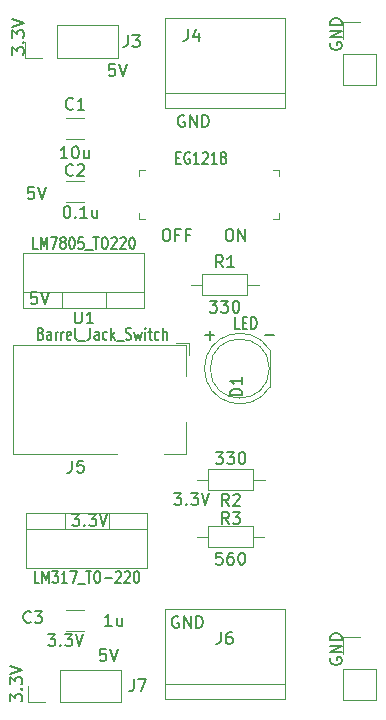
<source format=gto>
%TF.GenerationSoftware,KiCad,Pcbnew,9.0.2*%
%TF.CreationDate,2025-06-18T23:28:51+06:00*%
%TF.ProjectId,Breadboardpower_Supply,42726561-6462-46f6-9172-64706f776572,rev?*%
%TF.SameCoordinates,Original*%
%TF.FileFunction,Legend,Top*%
%TF.FilePolarity,Positive*%
%FSLAX46Y46*%
G04 Gerber Fmt 4.6, Leading zero omitted, Abs format (unit mm)*
G04 Created by KiCad (PCBNEW 9.0.2) date 2025-06-18 23:28:51*
%MOMM*%
%LPD*%
G01*
G04 APERTURE LIST*
%ADD10C,0.200000*%
%ADD11C,0.150000*%
%ADD12C,0.120000*%
%ADD13C,0.100000*%
G04 APERTURE END LIST*
D10*
X95048149Y-85735219D02*
X95238625Y-85735219D01*
X95238625Y-85735219D02*
X95333863Y-85782838D01*
X95333863Y-85782838D02*
X95429101Y-85878076D01*
X95429101Y-85878076D02*
X95476720Y-86068552D01*
X95476720Y-86068552D02*
X95476720Y-86401885D01*
X95476720Y-86401885D02*
X95429101Y-86592361D01*
X95429101Y-86592361D02*
X95333863Y-86687600D01*
X95333863Y-86687600D02*
X95238625Y-86735219D01*
X95238625Y-86735219D02*
X95048149Y-86735219D01*
X95048149Y-86735219D02*
X94952911Y-86687600D01*
X94952911Y-86687600D02*
X94857673Y-86592361D01*
X94857673Y-86592361D02*
X94810054Y-86401885D01*
X94810054Y-86401885D02*
X94810054Y-86068552D01*
X94810054Y-86068552D02*
X94857673Y-85878076D01*
X94857673Y-85878076D02*
X94952911Y-85782838D01*
X94952911Y-85782838D02*
X95048149Y-85735219D01*
X95905292Y-86735219D02*
X95905292Y-85735219D01*
X95905292Y-85735219D02*
X96476720Y-86735219D01*
X96476720Y-86735219D02*
X96476720Y-85735219D01*
X89714149Y-85735219D02*
X89904625Y-85735219D01*
X89904625Y-85735219D02*
X89999863Y-85782838D01*
X89999863Y-85782838D02*
X90095101Y-85878076D01*
X90095101Y-85878076D02*
X90142720Y-86068552D01*
X90142720Y-86068552D02*
X90142720Y-86401885D01*
X90142720Y-86401885D02*
X90095101Y-86592361D01*
X90095101Y-86592361D02*
X89999863Y-86687600D01*
X89999863Y-86687600D02*
X89904625Y-86735219D01*
X89904625Y-86735219D02*
X89714149Y-86735219D01*
X89714149Y-86735219D02*
X89618911Y-86687600D01*
X89618911Y-86687600D02*
X89523673Y-86592361D01*
X89523673Y-86592361D02*
X89476054Y-86401885D01*
X89476054Y-86401885D02*
X89476054Y-86068552D01*
X89476054Y-86068552D02*
X89523673Y-85878076D01*
X89523673Y-85878076D02*
X89618911Y-85782838D01*
X89618911Y-85782838D02*
X89714149Y-85735219D01*
X90904625Y-86211409D02*
X90571292Y-86211409D01*
X90571292Y-86735219D02*
X90571292Y-85735219D01*
X90571292Y-85735219D02*
X91047482Y-85735219D01*
X91761768Y-86211409D02*
X91428435Y-86211409D01*
X91428435Y-86735219D02*
X91428435Y-85735219D01*
X91428435Y-85735219D02*
X91904625Y-85735219D01*
X98159673Y-94736266D02*
X98921578Y-94736266D01*
X93079673Y-94736266D02*
X93841578Y-94736266D01*
X93460625Y-95117219D02*
X93460625Y-94355314D01*
X76591219Y-125709564D02*
X76591219Y-125090517D01*
X76591219Y-125090517D02*
X76972171Y-125423850D01*
X76972171Y-125423850D02*
X76972171Y-125280993D01*
X76972171Y-125280993D02*
X77019790Y-125185755D01*
X77019790Y-125185755D02*
X77067409Y-125138136D01*
X77067409Y-125138136D02*
X77162647Y-125090517D01*
X77162647Y-125090517D02*
X77400742Y-125090517D01*
X77400742Y-125090517D02*
X77495980Y-125138136D01*
X77495980Y-125138136D02*
X77543600Y-125185755D01*
X77543600Y-125185755D02*
X77591219Y-125280993D01*
X77591219Y-125280993D02*
X77591219Y-125566707D01*
X77591219Y-125566707D02*
X77543600Y-125661945D01*
X77543600Y-125661945D02*
X77495980Y-125709564D01*
X77495980Y-124661945D02*
X77543600Y-124614326D01*
X77543600Y-124614326D02*
X77591219Y-124661945D01*
X77591219Y-124661945D02*
X77543600Y-124709564D01*
X77543600Y-124709564D02*
X77495980Y-124661945D01*
X77495980Y-124661945D02*
X77591219Y-124661945D01*
X76591219Y-124280993D02*
X76591219Y-123661946D01*
X76591219Y-123661946D02*
X76972171Y-123995279D01*
X76972171Y-123995279D02*
X76972171Y-123852422D01*
X76972171Y-123852422D02*
X77019790Y-123757184D01*
X77019790Y-123757184D02*
X77067409Y-123709565D01*
X77067409Y-123709565D02*
X77162647Y-123661946D01*
X77162647Y-123661946D02*
X77400742Y-123661946D01*
X77400742Y-123661946D02*
X77495980Y-123709565D01*
X77495980Y-123709565D02*
X77543600Y-123757184D01*
X77543600Y-123757184D02*
X77591219Y-123852422D01*
X77591219Y-123852422D02*
X77591219Y-124138136D01*
X77591219Y-124138136D02*
X77543600Y-124233374D01*
X77543600Y-124233374D02*
X77495980Y-124280993D01*
X76591219Y-123376231D02*
X77591219Y-123042898D01*
X77591219Y-123042898D02*
X76591219Y-122709565D01*
X79776435Y-120025219D02*
X80395482Y-120025219D01*
X80395482Y-120025219D02*
X80062149Y-120406171D01*
X80062149Y-120406171D02*
X80205006Y-120406171D01*
X80205006Y-120406171D02*
X80300244Y-120453790D01*
X80300244Y-120453790D02*
X80347863Y-120501409D01*
X80347863Y-120501409D02*
X80395482Y-120596647D01*
X80395482Y-120596647D02*
X80395482Y-120834742D01*
X80395482Y-120834742D02*
X80347863Y-120929980D01*
X80347863Y-120929980D02*
X80300244Y-120977600D01*
X80300244Y-120977600D02*
X80205006Y-121025219D01*
X80205006Y-121025219D02*
X79919292Y-121025219D01*
X79919292Y-121025219D02*
X79824054Y-120977600D01*
X79824054Y-120977600D02*
X79776435Y-120929980D01*
X80824054Y-120929980D02*
X80871673Y-120977600D01*
X80871673Y-120977600D02*
X80824054Y-121025219D01*
X80824054Y-121025219D02*
X80776435Y-120977600D01*
X80776435Y-120977600D02*
X80824054Y-120929980D01*
X80824054Y-120929980D02*
X80824054Y-121025219D01*
X81205006Y-120025219D02*
X81824053Y-120025219D01*
X81824053Y-120025219D02*
X81490720Y-120406171D01*
X81490720Y-120406171D02*
X81633577Y-120406171D01*
X81633577Y-120406171D02*
X81728815Y-120453790D01*
X81728815Y-120453790D02*
X81776434Y-120501409D01*
X81776434Y-120501409D02*
X81824053Y-120596647D01*
X81824053Y-120596647D02*
X81824053Y-120834742D01*
X81824053Y-120834742D02*
X81776434Y-120929980D01*
X81776434Y-120929980D02*
X81728815Y-120977600D01*
X81728815Y-120977600D02*
X81633577Y-121025219D01*
X81633577Y-121025219D02*
X81347863Y-121025219D01*
X81347863Y-121025219D02*
X81252625Y-120977600D01*
X81252625Y-120977600D02*
X81205006Y-120929980D01*
X82109768Y-120025219D02*
X82443101Y-121025219D01*
X82443101Y-121025219D02*
X82776434Y-120025219D01*
X81808435Y-109865219D02*
X82427482Y-109865219D01*
X82427482Y-109865219D02*
X82094149Y-110246171D01*
X82094149Y-110246171D02*
X82237006Y-110246171D01*
X82237006Y-110246171D02*
X82332244Y-110293790D01*
X82332244Y-110293790D02*
X82379863Y-110341409D01*
X82379863Y-110341409D02*
X82427482Y-110436647D01*
X82427482Y-110436647D02*
X82427482Y-110674742D01*
X82427482Y-110674742D02*
X82379863Y-110769980D01*
X82379863Y-110769980D02*
X82332244Y-110817600D01*
X82332244Y-110817600D02*
X82237006Y-110865219D01*
X82237006Y-110865219D02*
X81951292Y-110865219D01*
X81951292Y-110865219D02*
X81856054Y-110817600D01*
X81856054Y-110817600D02*
X81808435Y-110769980D01*
X82856054Y-110769980D02*
X82903673Y-110817600D01*
X82903673Y-110817600D02*
X82856054Y-110865219D01*
X82856054Y-110865219D02*
X82808435Y-110817600D01*
X82808435Y-110817600D02*
X82856054Y-110769980D01*
X82856054Y-110769980D02*
X82856054Y-110865219D01*
X83237006Y-109865219D02*
X83856053Y-109865219D01*
X83856053Y-109865219D02*
X83522720Y-110246171D01*
X83522720Y-110246171D02*
X83665577Y-110246171D01*
X83665577Y-110246171D02*
X83760815Y-110293790D01*
X83760815Y-110293790D02*
X83808434Y-110341409D01*
X83808434Y-110341409D02*
X83856053Y-110436647D01*
X83856053Y-110436647D02*
X83856053Y-110674742D01*
X83856053Y-110674742D02*
X83808434Y-110769980D01*
X83808434Y-110769980D02*
X83760815Y-110817600D01*
X83760815Y-110817600D02*
X83665577Y-110865219D01*
X83665577Y-110865219D02*
X83379863Y-110865219D01*
X83379863Y-110865219D02*
X83284625Y-110817600D01*
X83284625Y-110817600D02*
X83237006Y-110769980D01*
X84141768Y-109865219D02*
X84475101Y-110865219D01*
X84475101Y-110865219D02*
X84808434Y-109865219D01*
X76735219Y-70955564D02*
X76735219Y-70336517D01*
X76735219Y-70336517D02*
X77116171Y-70669850D01*
X77116171Y-70669850D02*
X77116171Y-70526993D01*
X77116171Y-70526993D02*
X77163790Y-70431755D01*
X77163790Y-70431755D02*
X77211409Y-70384136D01*
X77211409Y-70384136D02*
X77306647Y-70336517D01*
X77306647Y-70336517D02*
X77544742Y-70336517D01*
X77544742Y-70336517D02*
X77639980Y-70384136D01*
X77639980Y-70384136D02*
X77687600Y-70431755D01*
X77687600Y-70431755D02*
X77735219Y-70526993D01*
X77735219Y-70526993D02*
X77735219Y-70812707D01*
X77735219Y-70812707D02*
X77687600Y-70907945D01*
X77687600Y-70907945D02*
X77639980Y-70955564D01*
X77639980Y-69907945D02*
X77687600Y-69860326D01*
X77687600Y-69860326D02*
X77735219Y-69907945D01*
X77735219Y-69907945D02*
X77687600Y-69955564D01*
X77687600Y-69955564D02*
X77639980Y-69907945D01*
X77639980Y-69907945D02*
X77735219Y-69907945D01*
X76735219Y-69526993D02*
X76735219Y-68907946D01*
X76735219Y-68907946D02*
X77116171Y-69241279D01*
X77116171Y-69241279D02*
X77116171Y-69098422D01*
X77116171Y-69098422D02*
X77163790Y-69003184D01*
X77163790Y-69003184D02*
X77211409Y-68955565D01*
X77211409Y-68955565D02*
X77306647Y-68907946D01*
X77306647Y-68907946D02*
X77544742Y-68907946D01*
X77544742Y-68907946D02*
X77639980Y-68955565D01*
X77639980Y-68955565D02*
X77687600Y-69003184D01*
X77687600Y-69003184D02*
X77735219Y-69098422D01*
X77735219Y-69098422D02*
X77735219Y-69384136D01*
X77735219Y-69384136D02*
X77687600Y-69479374D01*
X77687600Y-69479374D02*
X77639980Y-69526993D01*
X76735219Y-68622231D02*
X77735219Y-68288898D01*
X77735219Y-68288898D02*
X76735219Y-67955565D01*
X90444435Y-108087219D02*
X91063482Y-108087219D01*
X91063482Y-108087219D02*
X90730149Y-108468171D01*
X90730149Y-108468171D02*
X90873006Y-108468171D01*
X90873006Y-108468171D02*
X90968244Y-108515790D01*
X90968244Y-108515790D02*
X91015863Y-108563409D01*
X91015863Y-108563409D02*
X91063482Y-108658647D01*
X91063482Y-108658647D02*
X91063482Y-108896742D01*
X91063482Y-108896742D02*
X91015863Y-108991980D01*
X91015863Y-108991980D02*
X90968244Y-109039600D01*
X90968244Y-109039600D02*
X90873006Y-109087219D01*
X90873006Y-109087219D02*
X90587292Y-109087219D01*
X90587292Y-109087219D02*
X90492054Y-109039600D01*
X90492054Y-109039600D02*
X90444435Y-108991980D01*
X91492054Y-108991980D02*
X91539673Y-109039600D01*
X91539673Y-109039600D02*
X91492054Y-109087219D01*
X91492054Y-109087219D02*
X91444435Y-109039600D01*
X91444435Y-109039600D02*
X91492054Y-108991980D01*
X91492054Y-108991980D02*
X91492054Y-109087219D01*
X91873006Y-108087219D02*
X92492053Y-108087219D01*
X92492053Y-108087219D02*
X92158720Y-108468171D01*
X92158720Y-108468171D02*
X92301577Y-108468171D01*
X92301577Y-108468171D02*
X92396815Y-108515790D01*
X92396815Y-108515790D02*
X92444434Y-108563409D01*
X92444434Y-108563409D02*
X92492053Y-108658647D01*
X92492053Y-108658647D02*
X92492053Y-108896742D01*
X92492053Y-108896742D02*
X92444434Y-108991980D01*
X92444434Y-108991980D02*
X92396815Y-109039600D01*
X92396815Y-109039600D02*
X92301577Y-109087219D01*
X92301577Y-109087219D02*
X92015863Y-109087219D01*
X92015863Y-109087219D02*
X91920625Y-109039600D01*
X91920625Y-109039600D02*
X91873006Y-108991980D01*
X92777768Y-108087219D02*
X93111101Y-109087219D01*
X93111101Y-109087219D02*
X93444434Y-108087219D01*
X85427863Y-71765219D02*
X84951673Y-71765219D01*
X84951673Y-71765219D02*
X84904054Y-72241409D01*
X84904054Y-72241409D02*
X84951673Y-72193790D01*
X84951673Y-72193790D02*
X85046911Y-72146171D01*
X85046911Y-72146171D02*
X85285006Y-72146171D01*
X85285006Y-72146171D02*
X85380244Y-72193790D01*
X85380244Y-72193790D02*
X85427863Y-72241409D01*
X85427863Y-72241409D02*
X85475482Y-72336647D01*
X85475482Y-72336647D02*
X85475482Y-72574742D01*
X85475482Y-72574742D02*
X85427863Y-72669980D01*
X85427863Y-72669980D02*
X85380244Y-72717600D01*
X85380244Y-72717600D02*
X85285006Y-72765219D01*
X85285006Y-72765219D02*
X85046911Y-72765219D01*
X85046911Y-72765219D02*
X84951673Y-72717600D01*
X84951673Y-72717600D02*
X84904054Y-72669980D01*
X85761197Y-71765219D02*
X86094530Y-72765219D01*
X86094530Y-72765219D02*
X86427863Y-71765219D01*
X78569863Y-82179219D02*
X78093673Y-82179219D01*
X78093673Y-82179219D02*
X78046054Y-82655409D01*
X78046054Y-82655409D02*
X78093673Y-82607790D01*
X78093673Y-82607790D02*
X78188911Y-82560171D01*
X78188911Y-82560171D02*
X78427006Y-82560171D01*
X78427006Y-82560171D02*
X78522244Y-82607790D01*
X78522244Y-82607790D02*
X78569863Y-82655409D01*
X78569863Y-82655409D02*
X78617482Y-82750647D01*
X78617482Y-82750647D02*
X78617482Y-82988742D01*
X78617482Y-82988742D02*
X78569863Y-83083980D01*
X78569863Y-83083980D02*
X78522244Y-83131600D01*
X78522244Y-83131600D02*
X78427006Y-83179219D01*
X78427006Y-83179219D02*
X78188911Y-83179219D01*
X78188911Y-83179219D02*
X78093673Y-83131600D01*
X78093673Y-83131600D02*
X78046054Y-83083980D01*
X78903197Y-82179219D02*
X79236530Y-83179219D01*
X79236530Y-83179219D02*
X79569863Y-82179219D01*
X78823863Y-91069219D02*
X78347673Y-91069219D01*
X78347673Y-91069219D02*
X78300054Y-91545409D01*
X78300054Y-91545409D02*
X78347673Y-91497790D01*
X78347673Y-91497790D02*
X78442911Y-91450171D01*
X78442911Y-91450171D02*
X78681006Y-91450171D01*
X78681006Y-91450171D02*
X78776244Y-91497790D01*
X78776244Y-91497790D02*
X78823863Y-91545409D01*
X78823863Y-91545409D02*
X78871482Y-91640647D01*
X78871482Y-91640647D02*
X78871482Y-91878742D01*
X78871482Y-91878742D02*
X78823863Y-91973980D01*
X78823863Y-91973980D02*
X78776244Y-92021600D01*
X78776244Y-92021600D02*
X78681006Y-92069219D01*
X78681006Y-92069219D02*
X78442911Y-92069219D01*
X78442911Y-92069219D02*
X78347673Y-92021600D01*
X78347673Y-92021600D02*
X78300054Y-91973980D01*
X79157197Y-91069219D02*
X79490530Y-92069219D01*
X79490530Y-92069219D02*
X79823863Y-91069219D01*
X84665863Y-121295219D02*
X84189673Y-121295219D01*
X84189673Y-121295219D02*
X84142054Y-121771409D01*
X84142054Y-121771409D02*
X84189673Y-121723790D01*
X84189673Y-121723790D02*
X84284911Y-121676171D01*
X84284911Y-121676171D02*
X84523006Y-121676171D01*
X84523006Y-121676171D02*
X84618244Y-121723790D01*
X84618244Y-121723790D02*
X84665863Y-121771409D01*
X84665863Y-121771409D02*
X84713482Y-121866647D01*
X84713482Y-121866647D02*
X84713482Y-122104742D01*
X84713482Y-122104742D02*
X84665863Y-122199980D01*
X84665863Y-122199980D02*
X84618244Y-122247600D01*
X84618244Y-122247600D02*
X84523006Y-122295219D01*
X84523006Y-122295219D02*
X84284911Y-122295219D01*
X84284911Y-122295219D02*
X84189673Y-122247600D01*
X84189673Y-122247600D02*
X84142054Y-122199980D01*
X84999197Y-121295219D02*
X85332530Y-122295219D01*
X85332530Y-122295219D02*
X85665863Y-121295219D01*
X90809482Y-118548838D02*
X90714244Y-118501219D01*
X90714244Y-118501219D02*
X90571387Y-118501219D01*
X90571387Y-118501219D02*
X90428530Y-118548838D01*
X90428530Y-118548838D02*
X90333292Y-118644076D01*
X90333292Y-118644076D02*
X90285673Y-118739314D01*
X90285673Y-118739314D02*
X90238054Y-118929790D01*
X90238054Y-118929790D02*
X90238054Y-119072647D01*
X90238054Y-119072647D02*
X90285673Y-119263123D01*
X90285673Y-119263123D02*
X90333292Y-119358361D01*
X90333292Y-119358361D02*
X90428530Y-119453600D01*
X90428530Y-119453600D02*
X90571387Y-119501219D01*
X90571387Y-119501219D02*
X90666625Y-119501219D01*
X90666625Y-119501219D02*
X90809482Y-119453600D01*
X90809482Y-119453600D02*
X90857101Y-119405980D01*
X90857101Y-119405980D02*
X90857101Y-119072647D01*
X90857101Y-119072647D02*
X90666625Y-119072647D01*
X91285673Y-119501219D02*
X91285673Y-118501219D01*
X91285673Y-118501219D02*
X91857101Y-119501219D01*
X91857101Y-119501219D02*
X91857101Y-118501219D01*
X92333292Y-119501219D02*
X92333292Y-118501219D01*
X92333292Y-118501219D02*
X92571387Y-118501219D01*
X92571387Y-118501219D02*
X92714244Y-118548838D01*
X92714244Y-118548838D02*
X92809482Y-118644076D01*
X92809482Y-118644076D02*
X92857101Y-118739314D01*
X92857101Y-118739314D02*
X92904720Y-118929790D01*
X92904720Y-118929790D02*
X92904720Y-119072647D01*
X92904720Y-119072647D02*
X92857101Y-119263123D01*
X92857101Y-119263123D02*
X92809482Y-119358361D01*
X92809482Y-119358361D02*
X92714244Y-119453600D01*
X92714244Y-119453600D02*
X92571387Y-119501219D01*
X92571387Y-119501219D02*
X92333292Y-119501219D01*
X103706838Y-122042517D02*
X103659219Y-122137755D01*
X103659219Y-122137755D02*
X103659219Y-122280612D01*
X103659219Y-122280612D02*
X103706838Y-122423469D01*
X103706838Y-122423469D02*
X103802076Y-122518707D01*
X103802076Y-122518707D02*
X103897314Y-122566326D01*
X103897314Y-122566326D02*
X104087790Y-122613945D01*
X104087790Y-122613945D02*
X104230647Y-122613945D01*
X104230647Y-122613945D02*
X104421123Y-122566326D01*
X104421123Y-122566326D02*
X104516361Y-122518707D01*
X104516361Y-122518707D02*
X104611600Y-122423469D01*
X104611600Y-122423469D02*
X104659219Y-122280612D01*
X104659219Y-122280612D02*
X104659219Y-122185374D01*
X104659219Y-122185374D02*
X104611600Y-122042517D01*
X104611600Y-122042517D02*
X104563980Y-121994898D01*
X104563980Y-121994898D02*
X104230647Y-121994898D01*
X104230647Y-121994898D02*
X104230647Y-122185374D01*
X104659219Y-121566326D02*
X103659219Y-121566326D01*
X103659219Y-121566326D02*
X104659219Y-120994898D01*
X104659219Y-120994898D02*
X103659219Y-120994898D01*
X104659219Y-120518707D02*
X103659219Y-120518707D01*
X103659219Y-120518707D02*
X103659219Y-120280612D01*
X103659219Y-120280612D02*
X103706838Y-120137755D01*
X103706838Y-120137755D02*
X103802076Y-120042517D01*
X103802076Y-120042517D02*
X103897314Y-119994898D01*
X103897314Y-119994898D02*
X104087790Y-119947279D01*
X104087790Y-119947279D02*
X104230647Y-119947279D01*
X104230647Y-119947279D02*
X104421123Y-119994898D01*
X104421123Y-119994898D02*
X104516361Y-120042517D01*
X104516361Y-120042517D02*
X104611600Y-120137755D01*
X104611600Y-120137755D02*
X104659219Y-120280612D01*
X104659219Y-120280612D02*
X104659219Y-120518707D01*
X103706838Y-69972517D02*
X103659219Y-70067755D01*
X103659219Y-70067755D02*
X103659219Y-70210612D01*
X103659219Y-70210612D02*
X103706838Y-70353469D01*
X103706838Y-70353469D02*
X103802076Y-70448707D01*
X103802076Y-70448707D02*
X103897314Y-70496326D01*
X103897314Y-70496326D02*
X104087790Y-70543945D01*
X104087790Y-70543945D02*
X104230647Y-70543945D01*
X104230647Y-70543945D02*
X104421123Y-70496326D01*
X104421123Y-70496326D02*
X104516361Y-70448707D01*
X104516361Y-70448707D02*
X104611600Y-70353469D01*
X104611600Y-70353469D02*
X104659219Y-70210612D01*
X104659219Y-70210612D02*
X104659219Y-70115374D01*
X104659219Y-70115374D02*
X104611600Y-69972517D01*
X104611600Y-69972517D02*
X104563980Y-69924898D01*
X104563980Y-69924898D02*
X104230647Y-69924898D01*
X104230647Y-69924898D02*
X104230647Y-70115374D01*
X104659219Y-69496326D02*
X103659219Y-69496326D01*
X103659219Y-69496326D02*
X104659219Y-68924898D01*
X104659219Y-68924898D02*
X103659219Y-68924898D01*
X104659219Y-68448707D02*
X103659219Y-68448707D01*
X103659219Y-68448707D02*
X103659219Y-68210612D01*
X103659219Y-68210612D02*
X103706838Y-68067755D01*
X103706838Y-68067755D02*
X103802076Y-67972517D01*
X103802076Y-67972517D02*
X103897314Y-67924898D01*
X103897314Y-67924898D02*
X104087790Y-67877279D01*
X104087790Y-67877279D02*
X104230647Y-67877279D01*
X104230647Y-67877279D02*
X104421123Y-67924898D01*
X104421123Y-67924898D02*
X104516361Y-67972517D01*
X104516361Y-67972517D02*
X104611600Y-68067755D01*
X104611600Y-68067755D02*
X104659219Y-68210612D01*
X104659219Y-68210612D02*
X104659219Y-68448707D01*
X91317482Y-76130838D02*
X91222244Y-76083219D01*
X91222244Y-76083219D02*
X91079387Y-76083219D01*
X91079387Y-76083219D02*
X90936530Y-76130838D01*
X90936530Y-76130838D02*
X90841292Y-76226076D01*
X90841292Y-76226076D02*
X90793673Y-76321314D01*
X90793673Y-76321314D02*
X90746054Y-76511790D01*
X90746054Y-76511790D02*
X90746054Y-76654647D01*
X90746054Y-76654647D02*
X90793673Y-76845123D01*
X90793673Y-76845123D02*
X90841292Y-76940361D01*
X90841292Y-76940361D02*
X90936530Y-77035600D01*
X90936530Y-77035600D02*
X91079387Y-77083219D01*
X91079387Y-77083219D02*
X91174625Y-77083219D01*
X91174625Y-77083219D02*
X91317482Y-77035600D01*
X91317482Y-77035600D02*
X91365101Y-76987980D01*
X91365101Y-76987980D02*
X91365101Y-76654647D01*
X91365101Y-76654647D02*
X91174625Y-76654647D01*
X91793673Y-77083219D02*
X91793673Y-76083219D01*
X91793673Y-76083219D02*
X92365101Y-77083219D01*
X92365101Y-77083219D02*
X92365101Y-76083219D01*
X92841292Y-77083219D02*
X92841292Y-76083219D01*
X92841292Y-76083219D02*
X93079387Y-76083219D01*
X93079387Y-76083219D02*
X93222244Y-76130838D01*
X93222244Y-76130838D02*
X93317482Y-76226076D01*
X93317482Y-76226076D02*
X93365101Y-76321314D01*
X93365101Y-76321314D02*
X93412720Y-76511790D01*
X93412720Y-76511790D02*
X93412720Y-76654647D01*
X93412720Y-76654647D02*
X93365101Y-76845123D01*
X93365101Y-76845123D02*
X93317482Y-76940361D01*
X93317482Y-76940361D02*
X93222244Y-77035600D01*
X93222244Y-77035600D02*
X93079387Y-77083219D01*
X93079387Y-77083219D02*
X92841292Y-77083219D01*
D11*
X91614666Y-68796819D02*
X91614666Y-69511104D01*
X91614666Y-69511104D02*
X91567047Y-69653961D01*
X91567047Y-69653961D02*
X91471809Y-69749200D01*
X91471809Y-69749200D02*
X91328952Y-69796819D01*
X91328952Y-69796819D02*
X91233714Y-69796819D01*
X92519428Y-69130152D02*
X92519428Y-69796819D01*
X92281333Y-68749200D02*
X92043238Y-69463485D01*
X92043238Y-69463485D02*
X92662285Y-69463485D01*
X79038951Y-115684819D02*
X78657999Y-115684819D01*
X78657999Y-115684819D02*
X78657999Y-114684819D01*
X79305618Y-115684819D02*
X79305618Y-114684819D01*
X79305618Y-114684819D02*
X79572284Y-115399104D01*
X79572284Y-115399104D02*
X79838951Y-114684819D01*
X79838951Y-114684819D02*
X79838951Y-115684819D01*
X80143713Y-114684819D02*
X80638951Y-114684819D01*
X80638951Y-114684819D02*
X80372285Y-115065771D01*
X80372285Y-115065771D02*
X80486570Y-115065771D01*
X80486570Y-115065771D02*
X80562761Y-115113390D01*
X80562761Y-115113390D02*
X80600856Y-115161009D01*
X80600856Y-115161009D02*
X80638951Y-115256247D01*
X80638951Y-115256247D02*
X80638951Y-115494342D01*
X80638951Y-115494342D02*
X80600856Y-115589580D01*
X80600856Y-115589580D02*
X80562761Y-115637200D01*
X80562761Y-115637200D02*
X80486570Y-115684819D01*
X80486570Y-115684819D02*
X80257999Y-115684819D01*
X80257999Y-115684819D02*
X80181808Y-115637200D01*
X80181808Y-115637200D02*
X80143713Y-115589580D01*
X81400856Y-115684819D02*
X80943713Y-115684819D01*
X81172285Y-115684819D02*
X81172285Y-114684819D01*
X81172285Y-114684819D02*
X81096094Y-114827676D01*
X81096094Y-114827676D02*
X81019904Y-114922914D01*
X81019904Y-114922914D02*
X80943713Y-114970533D01*
X81667523Y-114684819D02*
X82200857Y-114684819D01*
X82200857Y-114684819D02*
X81857999Y-115684819D01*
X82315143Y-115780057D02*
X82924666Y-115780057D01*
X83000857Y-114684819D02*
X83458000Y-114684819D01*
X83229428Y-115684819D02*
X83229428Y-114684819D01*
X83877048Y-114684819D02*
X84029429Y-114684819D01*
X84029429Y-114684819D02*
X84105619Y-114732438D01*
X84105619Y-114732438D02*
X84181810Y-114827676D01*
X84181810Y-114827676D02*
X84219905Y-115018152D01*
X84219905Y-115018152D02*
X84219905Y-115351485D01*
X84219905Y-115351485D02*
X84181810Y-115541961D01*
X84181810Y-115541961D02*
X84105619Y-115637200D01*
X84105619Y-115637200D02*
X84029429Y-115684819D01*
X84029429Y-115684819D02*
X83877048Y-115684819D01*
X83877048Y-115684819D02*
X83800857Y-115637200D01*
X83800857Y-115637200D02*
X83724667Y-115541961D01*
X83724667Y-115541961D02*
X83686571Y-115351485D01*
X83686571Y-115351485D02*
X83686571Y-115018152D01*
X83686571Y-115018152D02*
X83724667Y-114827676D01*
X83724667Y-114827676D02*
X83800857Y-114732438D01*
X83800857Y-114732438D02*
X83877048Y-114684819D01*
X84562762Y-115303866D02*
X85172286Y-115303866D01*
X85515142Y-114780057D02*
X85553238Y-114732438D01*
X85553238Y-114732438D02*
X85629428Y-114684819D01*
X85629428Y-114684819D02*
X85819904Y-114684819D01*
X85819904Y-114684819D02*
X85896095Y-114732438D01*
X85896095Y-114732438D02*
X85934190Y-114780057D01*
X85934190Y-114780057D02*
X85972285Y-114875295D01*
X85972285Y-114875295D02*
X85972285Y-114970533D01*
X85972285Y-114970533D02*
X85934190Y-115113390D01*
X85934190Y-115113390D02*
X85477047Y-115684819D01*
X85477047Y-115684819D02*
X85972285Y-115684819D01*
X86277047Y-114780057D02*
X86315143Y-114732438D01*
X86315143Y-114732438D02*
X86391333Y-114684819D01*
X86391333Y-114684819D02*
X86581809Y-114684819D01*
X86581809Y-114684819D02*
X86658000Y-114732438D01*
X86658000Y-114732438D02*
X86696095Y-114780057D01*
X86696095Y-114780057D02*
X86734190Y-114875295D01*
X86734190Y-114875295D02*
X86734190Y-114970533D01*
X86734190Y-114970533D02*
X86696095Y-115113390D01*
X86696095Y-115113390D02*
X86238952Y-115684819D01*
X86238952Y-115684819D02*
X86734190Y-115684819D01*
X87229429Y-114684819D02*
X87305619Y-114684819D01*
X87305619Y-114684819D02*
X87381810Y-114732438D01*
X87381810Y-114732438D02*
X87419905Y-114780057D01*
X87419905Y-114780057D02*
X87458000Y-114875295D01*
X87458000Y-114875295D02*
X87496095Y-115065771D01*
X87496095Y-115065771D02*
X87496095Y-115303866D01*
X87496095Y-115303866D02*
X87458000Y-115494342D01*
X87458000Y-115494342D02*
X87419905Y-115589580D01*
X87419905Y-115589580D02*
X87381810Y-115637200D01*
X87381810Y-115637200D02*
X87305619Y-115684819D01*
X87305619Y-115684819D02*
X87229429Y-115684819D01*
X87229429Y-115684819D02*
X87153238Y-115637200D01*
X87153238Y-115637200D02*
X87115143Y-115589580D01*
X87115143Y-115589580D02*
X87077048Y-115494342D01*
X87077048Y-115494342D02*
X87038952Y-115303866D01*
X87038952Y-115303866D02*
X87038952Y-115065771D01*
X87038952Y-115065771D02*
X87077048Y-114875295D01*
X87077048Y-114875295D02*
X87115143Y-114780057D01*
X87115143Y-114780057D02*
X87153238Y-114732438D01*
X87153238Y-114732438D02*
X87229429Y-114684819D01*
X82042095Y-92708819D02*
X82042095Y-93518342D01*
X82042095Y-93518342D02*
X82089714Y-93613580D01*
X82089714Y-93613580D02*
X82137333Y-93661200D01*
X82137333Y-93661200D02*
X82232571Y-93708819D01*
X82232571Y-93708819D02*
X82423047Y-93708819D01*
X82423047Y-93708819D02*
X82518285Y-93661200D01*
X82518285Y-93661200D02*
X82565904Y-93613580D01*
X82565904Y-93613580D02*
X82613523Y-93518342D01*
X82613523Y-93518342D02*
X82613523Y-92708819D01*
X83613523Y-93708819D02*
X83042095Y-93708819D01*
X83327809Y-93708819D02*
X83327809Y-92708819D01*
X83327809Y-92708819D02*
X83232571Y-92851676D01*
X83232571Y-92851676D02*
X83137333Y-92946914D01*
X83137333Y-92946914D02*
X83042095Y-92994533D01*
X78899237Y-87408819D02*
X78518285Y-87408819D01*
X78518285Y-87408819D02*
X78518285Y-86408819D01*
X79165904Y-87408819D02*
X79165904Y-86408819D01*
X79165904Y-86408819D02*
X79432570Y-87123104D01*
X79432570Y-87123104D02*
X79699237Y-86408819D01*
X79699237Y-86408819D02*
X79699237Y-87408819D01*
X80003999Y-86408819D02*
X80537333Y-86408819D01*
X80537333Y-86408819D02*
X80194475Y-87408819D01*
X80956380Y-86837390D02*
X80880190Y-86789771D01*
X80880190Y-86789771D02*
X80842095Y-86742152D01*
X80842095Y-86742152D02*
X80803999Y-86646914D01*
X80803999Y-86646914D02*
X80803999Y-86599295D01*
X80803999Y-86599295D02*
X80842095Y-86504057D01*
X80842095Y-86504057D02*
X80880190Y-86456438D01*
X80880190Y-86456438D02*
X80956380Y-86408819D01*
X80956380Y-86408819D02*
X81108761Y-86408819D01*
X81108761Y-86408819D02*
X81184952Y-86456438D01*
X81184952Y-86456438D02*
X81223047Y-86504057D01*
X81223047Y-86504057D02*
X81261142Y-86599295D01*
X81261142Y-86599295D02*
X81261142Y-86646914D01*
X81261142Y-86646914D02*
X81223047Y-86742152D01*
X81223047Y-86742152D02*
X81184952Y-86789771D01*
X81184952Y-86789771D02*
X81108761Y-86837390D01*
X81108761Y-86837390D02*
X80956380Y-86837390D01*
X80956380Y-86837390D02*
X80880190Y-86885009D01*
X80880190Y-86885009D02*
X80842095Y-86932628D01*
X80842095Y-86932628D02*
X80803999Y-87027866D01*
X80803999Y-87027866D02*
X80803999Y-87218342D01*
X80803999Y-87218342D02*
X80842095Y-87313580D01*
X80842095Y-87313580D02*
X80880190Y-87361200D01*
X80880190Y-87361200D02*
X80956380Y-87408819D01*
X80956380Y-87408819D02*
X81108761Y-87408819D01*
X81108761Y-87408819D02*
X81184952Y-87361200D01*
X81184952Y-87361200D02*
X81223047Y-87313580D01*
X81223047Y-87313580D02*
X81261142Y-87218342D01*
X81261142Y-87218342D02*
X81261142Y-87027866D01*
X81261142Y-87027866D02*
X81223047Y-86932628D01*
X81223047Y-86932628D02*
X81184952Y-86885009D01*
X81184952Y-86885009D02*
X81108761Y-86837390D01*
X81756381Y-86408819D02*
X81832571Y-86408819D01*
X81832571Y-86408819D02*
X81908762Y-86456438D01*
X81908762Y-86456438D02*
X81946857Y-86504057D01*
X81946857Y-86504057D02*
X81984952Y-86599295D01*
X81984952Y-86599295D02*
X82023047Y-86789771D01*
X82023047Y-86789771D02*
X82023047Y-87027866D01*
X82023047Y-87027866D02*
X81984952Y-87218342D01*
X81984952Y-87218342D02*
X81946857Y-87313580D01*
X81946857Y-87313580D02*
X81908762Y-87361200D01*
X81908762Y-87361200D02*
X81832571Y-87408819D01*
X81832571Y-87408819D02*
X81756381Y-87408819D01*
X81756381Y-87408819D02*
X81680190Y-87361200D01*
X81680190Y-87361200D02*
X81642095Y-87313580D01*
X81642095Y-87313580D02*
X81604000Y-87218342D01*
X81604000Y-87218342D02*
X81565904Y-87027866D01*
X81565904Y-87027866D02*
X81565904Y-86789771D01*
X81565904Y-86789771D02*
X81604000Y-86599295D01*
X81604000Y-86599295D02*
X81642095Y-86504057D01*
X81642095Y-86504057D02*
X81680190Y-86456438D01*
X81680190Y-86456438D02*
X81756381Y-86408819D01*
X82746857Y-86408819D02*
X82365905Y-86408819D01*
X82365905Y-86408819D02*
X82327809Y-86885009D01*
X82327809Y-86885009D02*
X82365905Y-86837390D01*
X82365905Y-86837390D02*
X82442095Y-86789771D01*
X82442095Y-86789771D02*
X82632571Y-86789771D01*
X82632571Y-86789771D02*
X82708762Y-86837390D01*
X82708762Y-86837390D02*
X82746857Y-86885009D01*
X82746857Y-86885009D02*
X82784952Y-86980247D01*
X82784952Y-86980247D02*
X82784952Y-87218342D01*
X82784952Y-87218342D02*
X82746857Y-87313580D01*
X82746857Y-87313580D02*
X82708762Y-87361200D01*
X82708762Y-87361200D02*
X82632571Y-87408819D01*
X82632571Y-87408819D02*
X82442095Y-87408819D01*
X82442095Y-87408819D02*
X82365905Y-87361200D01*
X82365905Y-87361200D02*
X82327809Y-87313580D01*
X82937334Y-87504057D02*
X83546857Y-87504057D01*
X83623048Y-86408819D02*
X84080191Y-86408819D01*
X83851619Y-87408819D02*
X83851619Y-86408819D01*
X84499239Y-86408819D02*
X84651620Y-86408819D01*
X84651620Y-86408819D02*
X84727810Y-86456438D01*
X84727810Y-86456438D02*
X84804001Y-86551676D01*
X84804001Y-86551676D02*
X84842096Y-86742152D01*
X84842096Y-86742152D02*
X84842096Y-87075485D01*
X84842096Y-87075485D02*
X84804001Y-87265961D01*
X84804001Y-87265961D02*
X84727810Y-87361200D01*
X84727810Y-87361200D02*
X84651620Y-87408819D01*
X84651620Y-87408819D02*
X84499239Y-87408819D01*
X84499239Y-87408819D02*
X84423048Y-87361200D01*
X84423048Y-87361200D02*
X84346858Y-87265961D01*
X84346858Y-87265961D02*
X84308762Y-87075485D01*
X84308762Y-87075485D02*
X84308762Y-86742152D01*
X84308762Y-86742152D02*
X84346858Y-86551676D01*
X84346858Y-86551676D02*
X84423048Y-86456438D01*
X84423048Y-86456438D02*
X84499239Y-86408819D01*
X85146857Y-86504057D02*
X85184953Y-86456438D01*
X85184953Y-86456438D02*
X85261143Y-86408819D01*
X85261143Y-86408819D02*
X85451619Y-86408819D01*
X85451619Y-86408819D02*
X85527810Y-86456438D01*
X85527810Y-86456438D02*
X85565905Y-86504057D01*
X85565905Y-86504057D02*
X85604000Y-86599295D01*
X85604000Y-86599295D02*
X85604000Y-86694533D01*
X85604000Y-86694533D02*
X85565905Y-86837390D01*
X85565905Y-86837390D02*
X85108762Y-87408819D01*
X85108762Y-87408819D02*
X85604000Y-87408819D01*
X85908762Y-86504057D02*
X85946858Y-86456438D01*
X85946858Y-86456438D02*
X86023048Y-86408819D01*
X86023048Y-86408819D02*
X86213524Y-86408819D01*
X86213524Y-86408819D02*
X86289715Y-86456438D01*
X86289715Y-86456438D02*
X86327810Y-86504057D01*
X86327810Y-86504057D02*
X86365905Y-86599295D01*
X86365905Y-86599295D02*
X86365905Y-86694533D01*
X86365905Y-86694533D02*
X86327810Y-86837390D01*
X86327810Y-86837390D02*
X85870667Y-87408819D01*
X85870667Y-87408819D02*
X86365905Y-87408819D01*
X86861144Y-86408819D02*
X86937334Y-86408819D01*
X86937334Y-86408819D02*
X87013525Y-86456438D01*
X87013525Y-86456438D02*
X87051620Y-86504057D01*
X87051620Y-86504057D02*
X87089715Y-86599295D01*
X87089715Y-86599295D02*
X87127810Y-86789771D01*
X87127810Y-86789771D02*
X87127810Y-87027866D01*
X87127810Y-87027866D02*
X87089715Y-87218342D01*
X87089715Y-87218342D02*
X87051620Y-87313580D01*
X87051620Y-87313580D02*
X87013525Y-87361200D01*
X87013525Y-87361200D02*
X86937334Y-87408819D01*
X86937334Y-87408819D02*
X86861144Y-87408819D01*
X86861144Y-87408819D02*
X86784953Y-87361200D01*
X86784953Y-87361200D02*
X86746858Y-87313580D01*
X86746858Y-87313580D02*
X86708763Y-87218342D01*
X86708763Y-87218342D02*
X86670667Y-87027866D01*
X86670667Y-87027866D02*
X86670667Y-86789771D01*
X86670667Y-86789771D02*
X86708763Y-86599295D01*
X86708763Y-86599295D02*
X86746858Y-86504057D01*
X86746858Y-86504057D02*
X86784953Y-86456438D01*
X86784953Y-86456438D02*
X86861144Y-86408819D01*
X90614761Y-79687009D02*
X90881427Y-79687009D01*
X90995713Y-80210819D02*
X90614761Y-80210819D01*
X90614761Y-80210819D02*
X90614761Y-79210819D01*
X90614761Y-79210819D02*
X90995713Y-79210819D01*
X91757618Y-79258438D02*
X91681428Y-79210819D01*
X91681428Y-79210819D02*
X91567142Y-79210819D01*
X91567142Y-79210819D02*
X91452856Y-79258438D01*
X91452856Y-79258438D02*
X91376666Y-79353676D01*
X91376666Y-79353676D02*
X91338571Y-79448914D01*
X91338571Y-79448914D02*
X91300475Y-79639390D01*
X91300475Y-79639390D02*
X91300475Y-79782247D01*
X91300475Y-79782247D02*
X91338571Y-79972723D01*
X91338571Y-79972723D02*
X91376666Y-80067961D01*
X91376666Y-80067961D02*
X91452856Y-80163200D01*
X91452856Y-80163200D02*
X91567142Y-80210819D01*
X91567142Y-80210819D02*
X91643333Y-80210819D01*
X91643333Y-80210819D02*
X91757618Y-80163200D01*
X91757618Y-80163200D02*
X91795714Y-80115580D01*
X91795714Y-80115580D02*
X91795714Y-79782247D01*
X91795714Y-79782247D02*
X91643333Y-79782247D01*
X92557618Y-80210819D02*
X92100475Y-80210819D01*
X92329047Y-80210819D02*
X92329047Y-79210819D01*
X92329047Y-79210819D02*
X92252856Y-79353676D01*
X92252856Y-79353676D02*
X92176666Y-79448914D01*
X92176666Y-79448914D02*
X92100475Y-79496533D01*
X92862380Y-79306057D02*
X92900476Y-79258438D01*
X92900476Y-79258438D02*
X92976666Y-79210819D01*
X92976666Y-79210819D02*
X93167142Y-79210819D01*
X93167142Y-79210819D02*
X93243333Y-79258438D01*
X93243333Y-79258438D02*
X93281428Y-79306057D01*
X93281428Y-79306057D02*
X93319523Y-79401295D01*
X93319523Y-79401295D02*
X93319523Y-79496533D01*
X93319523Y-79496533D02*
X93281428Y-79639390D01*
X93281428Y-79639390D02*
X92824285Y-80210819D01*
X92824285Y-80210819D02*
X93319523Y-80210819D01*
X94081428Y-80210819D02*
X93624285Y-80210819D01*
X93852857Y-80210819D02*
X93852857Y-79210819D01*
X93852857Y-79210819D02*
X93776666Y-79353676D01*
X93776666Y-79353676D02*
X93700476Y-79448914D01*
X93700476Y-79448914D02*
X93624285Y-79496533D01*
X94538571Y-79639390D02*
X94462381Y-79591771D01*
X94462381Y-79591771D02*
X94424286Y-79544152D01*
X94424286Y-79544152D02*
X94386190Y-79448914D01*
X94386190Y-79448914D02*
X94386190Y-79401295D01*
X94386190Y-79401295D02*
X94424286Y-79306057D01*
X94424286Y-79306057D02*
X94462381Y-79258438D01*
X94462381Y-79258438D02*
X94538571Y-79210819D01*
X94538571Y-79210819D02*
X94690952Y-79210819D01*
X94690952Y-79210819D02*
X94767143Y-79258438D01*
X94767143Y-79258438D02*
X94805238Y-79306057D01*
X94805238Y-79306057D02*
X94843333Y-79401295D01*
X94843333Y-79401295D02*
X94843333Y-79448914D01*
X94843333Y-79448914D02*
X94805238Y-79544152D01*
X94805238Y-79544152D02*
X94767143Y-79591771D01*
X94767143Y-79591771D02*
X94690952Y-79639390D01*
X94690952Y-79639390D02*
X94538571Y-79639390D01*
X94538571Y-79639390D02*
X94462381Y-79687009D01*
X94462381Y-79687009D02*
X94424286Y-79734628D01*
X94424286Y-79734628D02*
X94386190Y-79829866D01*
X94386190Y-79829866D02*
X94386190Y-80020342D01*
X94386190Y-80020342D02*
X94424286Y-80115580D01*
X94424286Y-80115580D02*
X94462381Y-80163200D01*
X94462381Y-80163200D02*
X94538571Y-80210819D01*
X94538571Y-80210819D02*
X94690952Y-80210819D01*
X94690952Y-80210819D02*
X94767143Y-80163200D01*
X94767143Y-80163200D02*
X94805238Y-80115580D01*
X94805238Y-80115580D02*
X94843333Y-80020342D01*
X94843333Y-80020342D02*
X94843333Y-79829866D01*
X94843333Y-79829866D02*
X94805238Y-79734628D01*
X94805238Y-79734628D02*
X94767143Y-79687009D01*
X94767143Y-79687009D02*
X94690952Y-79639390D01*
X95083333Y-110690819D02*
X94750000Y-110214628D01*
X94511905Y-110690819D02*
X94511905Y-109690819D01*
X94511905Y-109690819D02*
X94892857Y-109690819D01*
X94892857Y-109690819D02*
X94988095Y-109738438D01*
X94988095Y-109738438D02*
X95035714Y-109786057D01*
X95035714Y-109786057D02*
X95083333Y-109881295D01*
X95083333Y-109881295D02*
X95083333Y-110024152D01*
X95083333Y-110024152D02*
X95035714Y-110119390D01*
X95035714Y-110119390D02*
X94988095Y-110167009D01*
X94988095Y-110167009D02*
X94892857Y-110214628D01*
X94892857Y-110214628D02*
X94511905Y-110214628D01*
X95416667Y-109690819D02*
X96035714Y-109690819D01*
X96035714Y-109690819D02*
X95702381Y-110071771D01*
X95702381Y-110071771D02*
X95845238Y-110071771D01*
X95845238Y-110071771D02*
X95940476Y-110119390D01*
X95940476Y-110119390D02*
X95988095Y-110167009D01*
X95988095Y-110167009D02*
X96035714Y-110262247D01*
X96035714Y-110262247D02*
X96035714Y-110500342D01*
X96035714Y-110500342D02*
X95988095Y-110595580D01*
X95988095Y-110595580D02*
X95940476Y-110643200D01*
X95940476Y-110643200D02*
X95845238Y-110690819D01*
X95845238Y-110690819D02*
X95559524Y-110690819D01*
X95559524Y-110690819D02*
X95464286Y-110643200D01*
X95464286Y-110643200D02*
X95416667Y-110595580D01*
X94517714Y-113134819D02*
X94041524Y-113134819D01*
X94041524Y-113134819D02*
X93993905Y-113611009D01*
X93993905Y-113611009D02*
X94041524Y-113563390D01*
X94041524Y-113563390D02*
X94136762Y-113515771D01*
X94136762Y-113515771D02*
X94374857Y-113515771D01*
X94374857Y-113515771D02*
X94470095Y-113563390D01*
X94470095Y-113563390D02*
X94517714Y-113611009D01*
X94517714Y-113611009D02*
X94565333Y-113706247D01*
X94565333Y-113706247D02*
X94565333Y-113944342D01*
X94565333Y-113944342D02*
X94517714Y-114039580D01*
X94517714Y-114039580D02*
X94470095Y-114087200D01*
X94470095Y-114087200D02*
X94374857Y-114134819D01*
X94374857Y-114134819D02*
X94136762Y-114134819D01*
X94136762Y-114134819D02*
X94041524Y-114087200D01*
X94041524Y-114087200D02*
X93993905Y-114039580D01*
X95422476Y-113134819D02*
X95232000Y-113134819D01*
X95232000Y-113134819D02*
X95136762Y-113182438D01*
X95136762Y-113182438D02*
X95089143Y-113230057D01*
X95089143Y-113230057D02*
X94993905Y-113372914D01*
X94993905Y-113372914D02*
X94946286Y-113563390D01*
X94946286Y-113563390D02*
X94946286Y-113944342D01*
X94946286Y-113944342D02*
X94993905Y-114039580D01*
X94993905Y-114039580D02*
X95041524Y-114087200D01*
X95041524Y-114087200D02*
X95136762Y-114134819D01*
X95136762Y-114134819D02*
X95327238Y-114134819D01*
X95327238Y-114134819D02*
X95422476Y-114087200D01*
X95422476Y-114087200D02*
X95470095Y-114039580D01*
X95470095Y-114039580D02*
X95517714Y-113944342D01*
X95517714Y-113944342D02*
X95517714Y-113706247D01*
X95517714Y-113706247D02*
X95470095Y-113611009D01*
X95470095Y-113611009D02*
X95422476Y-113563390D01*
X95422476Y-113563390D02*
X95327238Y-113515771D01*
X95327238Y-113515771D02*
X95136762Y-113515771D01*
X95136762Y-113515771D02*
X95041524Y-113563390D01*
X95041524Y-113563390D02*
X94993905Y-113611009D01*
X94993905Y-113611009D02*
X94946286Y-113706247D01*
X96136762Y-113134819D02*
X96232000Y-113134819D01*
X96232000Y-113134819D02*
X96327238Y-113182438D01*
X96327238Y-113182438D02*
X96374857Y-113230057D01*
X96374857Y-113230057D02*
X96422476Y-113325295D01*
X96422476Y-113325295D02*
X96470095Y-113515771D01*
X96470095Y-113515771D02*
X96470095Y-113753866D01*
X96470095Y-113753866D02*
X96422476Y-113944342D01*
X96422476Y-113944342D02*
X96374857Y-114039580D01*
X96374857Y-114039580D02*
X96327238Y-114087200D01*
X96327238Y-114087200D02*
X96232000Y-114134819D01*
X96232000Y-114134819D02*
X96136762Y-114134819D01*
X96136762Y-114134819D02*
X96041524Y-114087200D01*
X96041524Y-114087200D02*
X95993905Y-114039580D01*
X95993905Y-114039580D02*
X95946286Y-113944342D01*
X95946286Y-113944342D02*
X95898667Y-113753866D01*
X95898667Y-113753866D02*
X95898667Y-113515771D01*
X95898667Y-113515771D02*
X95946286Y-113325295D01*
X95946286Y-113325295D02*
X95993905Y-113230057D01*
X95993905Y-113230057D02*
X96041524Y-113182438D01*
X96041524Y-113182438D02*
X96136762Y-113134819D01*
X95083333Y-109166819D02*
X94750000Y-108690628D01*
X94511905Y-109166819D02*
X94511905Y-108166819D01*
X94511905Y-108166819D02*
X94892857Y-108166819D01*
X94892857Y-108166819D02*
X94988095Y-108214438D01*
X94988095Y-108214438D02*
X95035714Y-108262057D01*
X95035714Y-108262057D02*
X95083333Y-108357295D01*
X95083333Y-108357295D02*
X95083333Y-108500152D01*
X95083333Y-108500152D02*
X95035714Y-108595390D01*
X95035714Y-108595390D02*
X94988095Y-108643009D01*
X94988095Y-108643009D02*
X94892857Y-108690628D01*
X94892857Y-108690628D02*
X94511905Y-108690628D01*
X95464286Y-108262057D02*
X95511905Y-108214438D01*
X95511905Y-108214438D02*
X95607143Y-108166819D01*
X95607143Y-108166819D02*
X95845238Y-108166819D01*
X95845238Y-108166819D02*
X95940476Y-108214438D01*
X95940476Y-108214438D02*
X95988095Y-108262057D01*
X95988095Y-108262057D02*
X96035714Y-108357295D01*
X96035714Y-108357295D02*
X96035714Y-108452533D01*
X96035714Y-108452533D02*
X95988095Y-108595390D01*
X95988095Y-108595390D02*
X95416667Y-109166819D01*
X95416667Y-109166819D02*
X96035714Y-109166819D01*
X93964286Y-104610819D02*
X94583333Y-104610819D01*
X94583333Y-104610819D02*
X94250000Y-104991771D01*
X94250000Y-104991771D02*
X94392857Y-104991771D01*
X94392857Y-104991771D02*
X94488095Y-105039390D01*
X94488095Y-105039390D02*
X94535714Y-105087009D01*
X94535714Y-105087009D02*
X94583333Y-105182247D01*
X94583333Y-105182247D02*
X94583333Y-105420342D01*
X94583333Y-105420342D02*
X94535714Y-105515580D01*
X94535714Y-105515580D02*
X94488095Y-105563200D01*
X94488095Y-105563200D02*
X94392857Y-105610819D01*
X94392857Y-105610819D02*
X94107143Y-105610819D01*
X94107143Y-105610819D02*
X94011905Y-105563200D01*
X94011905Y-105563200D02*
X93964286Y-105515580D01*
X94916667Y-104610819D02*
X95535714Y-104610819D01*
X95535714Y-104610819D02*
X95202381Y-104991771D01*
X95202381Y-104991771D02*
X95345238Y-104991771D01*
X95345238Y-104991771D02*
X95440476Y-105039390D01*
X95440476Y-105039390D02*
X95488095Y-105087009D01*
X95488095Y-105087009D02*
X95535714Y-105182247D01*
X95535714Y-105182247D02*
X95535714Y-105420342D01*
X95535714Y-105420342D02*
X95488095Y-105515580D01*
X95488095Y-105515580D02*
X95440476Y-105563200D01*
X95440476Y-105563200D02*
X95345238Y-105610819D01*
X95345238Y-105610819D02*
X95059524Y-105610819D01*
X95059524Y-105610819D02*
X94964286Y-105563200D01*
X94964286Y-105563200D02*
X94916667Y-105515580D01*
X96154762Y-104610819D02*
X96250000Y-104610819D01*
X96250000Y-104610819D02*
X96345238Y-104658438D01*
X96345238Y-104658438D02*
X96392857Y-104706057D01*
X96392857Y-104706057D02*
X96440476Y-104801295D01*
X96440476Y-104801295D02*
X96488095Y-104991771D01*
X96488095Y-104991771D02*
X96488095Y-105229866D01*
X96488095Y-105229866D02*
X96440476Y-105420342D01*
X96440476Y-105420342D02*
X96392857Y-105515580D01*
X96392857Y-105515580D02*
X96345238Y-105563200D01*
X96345238Y-105563200D02*
X96250000Y-105610819D01*
X96250000Y-105610819D02*
X96154762Y-105610819D01*
X96154762Y-105610819D02*
X96059524Y-105563200D01*
X96059524Y-105563200D02*
X96011905Y-105515580D01*
X96011905Y-105515580D02*
X95964286Y-105420342D01*
X95964286Y-105420342D02*
X95916667Y-105229866D01*
X95916667Y-105229866D02*
X95916667Y-104991771D01*
X95916667Y-104991771D02*
X95964286Y-104801295D01*
X95964286Y-104801295D02*
X96011905Y-104706057D01*
X96011905Y-104706057D02*
X96059524Y-104658438D01*
X96059524Y-104658438D02*
X96154762Y-104610819D01*
X94575333Y-88958819D02*
X94242000Y-88482628D01*
X94003905Y-88958819D02*
X94003905Y-87958819D01*
X94003905Y-87958819D02*
X94384857Y-87958819D01*
X94384857Y-87958819D02*
X94480095Y-88006438D01*
X94480095Y-88006438D02*
X94527714Y-88054057D01*
X94527714Y-88054057D02*
X94575333Y-88149295D01*
X94575333Y-88149295D02*
X94575333Y-88292152D01*
X94575333Y-88292152D02*
X94527714Y-88387390D01*
X94527714Y-88387390D02*
X94480095Y-88435009D01*
X94480095Y-88435009D02*
X94384857Y-88482628D01*
X94384857Y-88482628D02*
X94003905Y-88482628D01*
X95527714Y-88958819D02*
X94956286Y-88958819D01*
X95242000Y-88958819D02*
X95242000Y-87958819D01*
X95242000Y-87958819D02*
X95146762Y-88101676D01*
X95146762Y-88101676D02*
X95051524Y-88196914D01*
X95051524Y-88196914D02*
X94956286Y-88244533D01*
X93456286Y-91798819D02*
X94075333Y-91798819D01*
X94075333Y-91798819D02*
X93742000Y-92179771D01*
X93742000Y-92179771D02*
X93884857Y-92179771D01*
X93884857Y-92179771D02*
X93980095Y-92227390D01*
X93980095Y-92227390D02*
X94027714Y-92275009D01*
X94027714Y-92275009D02*
X94075333Y-92370247D01*
X94075333Y-92370247D02*
X94075333Y-92608342D01*
X94075333Y-92608342D02*
X94027714Y-92703580D01*
X94027714Y-92703580D02*
X93980095Y-92751200D01*
X93980095Y-92751200D02*
X93884857Y-92798819D01*
X93884857Y-92798819D02*
X93599143Y-92798819D01*
X93599143Y-92798819D02*
X93503905Y-92751200D01*
X93503905Y-92751200D02*
X93456286Y-92703580D01*
X94408667Y-91798819D02*
X95027714Y-91798819D01*
X95027714Y-91798819D02*
X94694381Y-92179771D01*
X94694381Y-92179771D02*
X94837238Y-92179771D01*
X94837238Y-92179771D02*
X94932476Y-92227390D01*
X94932476Y-92227390D02*
X94980095Y-92275009D01*
X94980095Y-92275009D02*
X95027714Y-92370247D01*
X95027714Y-92370247D02*
X95027714Y-92608342D01*
X95027714Y-92608342D02*
X94980095Y-92703580D01*
X94980095Y-92703580D02*
X94932476Y-92751200D01*
X94932476Y-92751200D02*
X94837238Y-92798819D01*
X94837238Y-92798819D02*
X94551524Y-92798819D01*
X94551524Y-92798819D02*
X94456286Y-92751200D01*
X94456286Y-92751200D02*
X94408667Y-92703580D01*
X95646762Y-91798819D02*
X95742000Y-91798819D01*
X95742000Y-91798819D02*
X95837238Y-91846438D01*
X95837238Y-91846438D02*
X95884857Y-91894057D01*
X95884857Y-91894057D02*
X95932476Y-91989295D01*
X95932476Y-91989295D02*
X95980095Y-92179771D01*
X95980095Y-92179771D02*
X95980095Y-92417866D01*
X95980095Y-92417866D02*
X95932476Y-92608342D01*
X95932476Y-92608342D02*
X95884857Y-92703580D01*
X95884857Y-92703580D02*
X95837238Y-92751200D01*
X95837238Y-92751200D02*
X95742000Y-92798819D01*
X95742000Y-92798819D02*
X95646762Y-92798819D01*
X95646762Y-92798819D02*
X95551524Y-92751200D01*
X95551524Y-92751200D02*
X95503905Y-92703580D01*
X95503905Y-92703580D02*
X95456286Y-92608342D01*
X95456286Y-92608342D02*
X95408667Y-92417866D01*
X95408667Y-92417866D02*
X95408667Y-92179771D01*
X95408667Y-92179771D02*
X95456286Y-91989295D01*
X95456286Y-91989295D02*
X95503905Y-91894057D01*
X95503905Y-91894057D02*
X95551524Y-91846438D01*
X95551524Y-91846438D02*
X95646762Y-91798819D01*
X87042666Y-123853819D02*
X87042666Y-124568104D01*
X87042666Y-124568104D02*
X86995047Y-124710961D01*
X86995047Y-124710961D02*
X86899809Y-124806200D01*
X86899809Y-124806200D02*
X86756952Y-124853819D01*
X86756952Y-124853819D02*
X86661714Y-124853819D01*
X87423619Y-123853819D02*
X88090285Y-123853819D01*
X88090285Y-123853819D02*
X87661714Y-124853819D01*
X94408666Y-119850819D02*
X94408666Y-120565104D01*
X94408666Y-120565104D02*
X94361047Y-120707961D01*
X94361047Y-120707961D02*
X94265809Y-120803200D01*
X94265809Y-120803200D02*
X94122952Y-120850819D01*
X94122952Y-120850819D02*
X94027714Y-120850819D01*
X95313428Y-119850819D02*
X95122952Y-119850819D01*
X95122952Y-119850819D02*
X95027714Y-119898438D01*
X95027714Y-119898438D02*
X94980095Y-119946057D01*
X94980095Y-119946057D02*
X94884857Y-120088914D01*
X94884857Y-120088914D02*
X94837238Y-120279390D01*
X94837238Y-120279390D02*
X94837238Y-120660342D01*
X94837238Y-120660342D02*
X94884857Y-120755580D01*
X94884857Y-120755580D02*
X94932476Y-120803200D01*
X94932476Y-120803200D02*
X95027714Y-120850819D01*
X95027714Y-120850819D02*
X95218190Y-120850819D01*
X95218190Y-120850819D02*
X95313428Y-120803200D01*
X95313428Y-120803200D02*
X95361047Y-120755580D01*
X95361047Y-120755580D02*
X95408666Y-120660342D01*
X95408666Y-120660342D02*
X95408666Y-120422247D01*
X95408666Y-120422247D02*
X95361047Y-120327009D01*
X95361047Y-120327009D02*
X95313428Y-120279390D01*
X95313428Y-120279390D02*
X95218190Y-120231771D01*
X95218190Y-120231771D02*
X95027714Y-120231771D01*
X95027714Y-120231771D02*
X94932476Y-120279390D01*
X94932476Y-120279390D02*
X94884857Y-120327009D01*
X94884857Y-120327009D02*
X94837238Y-120422247D01*
X81798666Y-105339319D02*
X81798666Y-106053604D01*
X81798666Y-106053604D02*
X81751047Y-106196461D01*
X81751047Y-106196461D02*
X81655809Y-106291700D01*
X81655809Y-106291700D02*
X81512952Y-106339319D01*
X81512952Y-106339319D02*
X81417714Y-106339319D01*
X82751047Y-105339319D02*
X82274857Y-105339319D01*
X82274857Y-105339319D02*
X82227238Y-105815509D01*
X82227238Y-105815509D02*
X82274857Y-105767890D01*
X82274857Y-105767890D02*
X82370095Y-105720271D01*
X82370095Y-105720271D02*
X82608190Y-105720271D01*
X82608190Y-105720271D02*
X82703428Y-105767890D01*
X82703428Y-105767890D02*
X82751047Y-105815509D01*
X82751047Y-105815509D02*
X82798666Y-105910747D01*
X82798666Y-105910747D02*
X82798666Y-106148842D01*
X82798666Y-106148842D02*
X82751047Y-106244080D01*
X82751047Y-106244080D02*
X82703428Y-106291700D01*
X82703428Y-106291700D02*
X82608190Y-106339319D01*
X82608190Y-106339319D02*
X82370095Y-106339319D01*
X82370095Y-106339319D02*
X82274857Y-106291700D01*
X82274857Y-106291700D02*
X82227238Y-106244080D01*
X79162951Y-94565509D02*
X79277237Y-94613128D01*
X79277237Y-94613128D02*
X79315332Y-94660747D01*
X79315332Y-94660747D02*
X79353428Y-94755985D01*
X79353428Y-94755985D02*
X79353428Y-94898842D01*
X79353428Y-94898842D02*
X79315332Y-94994080D01*
X79315332Y-94994080D02*
X79277237Y-95041700D01*
X79277237Y-95041700D02*
X79201047Y-95089319D01*
X79201047Y-95089319D02*
X78896285Y-95089319D01*
X78896285Y-95089319D02*
X78896285Y-94089319D01*
X78896285Y-94089319D02*
X79162951Y-94089319D01*
X79162951Y-94089319D02*
X79239142Y-94136938D01*
X79239142Y-94136938D02*
X79277237Y-94184557D01*
X79277237Y-94184557D02*
X79315332Y-94279795D01*
X79315332Y-94279795D02*
X79315332Y-94375033D01*
X79315332Y-94375033D02*
X79277237Y-94470271D01*
X79277237Y-94470271D02*
X79239142Y-94517890D01*
X79239142Y-94517890D02*
X79162951Y-94565509D01*
X79162951Y-94565509D02*
X78896285Y-94565509D01*
X80039142Y-95089319D02*
X80039142Y-94565509D01*
X80039142Y-94565509D02*
X80001047Y-94470271D01*
X80001047Y-94470271D02*
X79924856Y-94422652D01*
X79924856Y-94422652D02*
X79772475Y-94422652D01*
X79772475Y-94422652D02*
X79696285Y-94470271D01*
X80039142Y-95041700D02*
X79962951Y-95089319D01*
X79962951Y-95089319D02*
X79772475Y-95089319D01*
X79772475Y-95089319D02*
X79696285Y-95041700D01*
X79696285Y-95041700D02*
X79658189Y-94946461D01*
X79658189Y-94946461D02*
X79658189Y-94851223D01*
X79658189Y-94851223D02*
X79696285Y-94755985D01*
X79696285Y-94755985D02*
X79772475Y-94708366D01*
X79772475Y-94708366D02*
X79962951Y-94708366D01*
X79962951Y-94708366D02*
X80039142Y-94660747D01*
X80420095Y-95089319D02*
X80420095Y-94422652D01*
X80420095Y-94613128D02*
X80458190Y-94517890D01*
X80458190Y-94517890D02*
X80496285Y-94470271D01*
X80496285Y-94470271D02*
X80572476Y-94422652D01*
X80572476Y-94422652D02*
X80648666Y-94422652D01*
X80915333Y-95089319D02*
X80915333Y-94422652D01*
X80915333Y-94613128D02*
X80953428Y-94517890D01*
X80953428Y-94517890D02*
X80991523Y-94470271D01*
X80991523Y-94470271D02*
X81067714Y-94422652D01*
X81067714Y-94422652D02*
X81143904Y-94422652D01*
X81715333Y-95041700D02*
X81639142Y-95089319D01*
X81639142Y-95089319D02*
X81486761Y-95089319D01*
X81486761Y-95089319D02*
X81410571Y-95041700D01*
X81410571Y-95041700D02*
X81372475Y-94946461D01*
X81372475Y-94946461D02*
X81372475Y-94565509D01*
X81372475Y-94565509D02*
X81410571Y-94470271D01*
X81410571Y-94470271D02*
X81486761Y-94422652D01*
X81486761Y-94422652D02*
X81639142Y-94422652D01*
X81639142Y-94422652D02*
X81715333Y-94470271D01*
X81715333Y-94470271D02*
X81753428Y-94565509D01*
X81753428Y-94565509D02*
X81753428Y-94660747D01*
X81753428Y-94660747D02*
X81372475Y-94755985D01*
X82210570Y-95089319D02*
X82134380Y-95041700D01*
X82134380Y-95041700D02*
X82096285Y-94946461D01*
X82096285Y-94946461D02*
X82096285Y-94089319D01*
X82324857Y-95184557D02*
X82934380Y-95184557D01*
X83353428Y-94089319D02*
X83353428Y-94803604D01*
X83353428Y-94803604D02*
X83315333Y-94946461D01*
X83315333Y-94946461D02*
X83239142Y-95041700D01*
X83239142Y-95041700D02*
X83124857Y-95089319D01*
X83124857Y-95089319D02*
X83048666Y-95089319D01*
X84077238Y-95089319D02*
X84077238Y-94565509D01*
X84077238Y-94565509D02*
X84039143Y-94470271D01*
X84039143Y-94470271D02*
X83962952Y-94422652D01*
X83962952Y-94422652D02*
X83810571Y-94422652D01*
X83810571Y-94422652D02*
X83734381Y-94470271D01*
X84077238Y-95041700D02*
X84001047Y-95089319D01*
X84001047Y-95089319D02*
X83810571Y-95089319D01*
X83810571Y-95089319D02*
X83734381Y-95041700D01*
X83734381Y-95041700D02*
X83696285Y-94946461D01*
X83696285Y-94946461D02*
X83696285Y-94851223D01*
X83696285Y-94851223D02*
X83734381Y-94755985D01*
X83734381Y-94755985D02*
X83810571Y-94708366D01*
X83810571Y-94708366D02*
X84001047Y-94708366D01*
X84001047Y-94708366D02*
X84077238Y-94660747D01*
X84801048Y-95041700D02*
X84724857Y-95089319D01*
X84724857Y-95089319D02*
X84572476Y-95089319D01*
X84572476Y-95089319D02*
X84496286Y-95041700D01*
X84496286Y-95041700D02*
X84458191Y-94994080D01*
X84458191Y-94994080D02*
X84420095Y-94898842D01*
X84420095Y-94898842D02*
X84420095Y-94613128D01*
X84420095Y-94613128D02*
X84458191Y-94517890D01*
X84458191Y-94517890D02*
X84496286Y-94470271D01*
X84496286Y-94470271D02*
X84572476Y-94422652D01*
X84572476Y-94422652D02*
X84724857Y-94422652D01*
X84724857Y-94422652D02*
X84801048Y-94470271D01*
X85143905Y-95089319D02*
X85143905Y-94089319D01*
X85220095Y-94708366D02*
X85448667Y-95089319D01*
X85448667Y-94422652D02*
X85143905Y-94803604D01*
X85601048Y-95184557D02*
X86210571Y-95184557D01*
X86362952Y-95041700D02*
X86477238Y-95089319D01*
X86477238Y-95089319D02*
X86667714Y-95089319D01*
X86667714Y-95089319D02*
X86743905Y-95041700D01*
X86743905Y-95041700D02*
X86782000Y-94994080D01*
X86782000Y-94994080D02*
X86820095Y-94898842D01*
X86820095Y-94898842D02*
X86820095Y-94803604D01*
X86820095Y-94803604D02*
X86782000Y-94708366D01*
X86782000Y-94708366D02*
X86743905Y-94660747D01*
X86743905Y-94660747D02*
X86667714Y-94613128D01*
X86667714Y-94613128D02*
X86515333Y-94565509D01*
X86515333Y-94565509D02*
X86439143Y-94517890D01*
X86439143Y-94517890D02*
X86401048Y-94470271D01*
X86401048Y-94470271D02*
X86362952Y-94375033D01*
X86362952Y-94375033D02*
X86362952Y-94279795D01*
X86362952Y-94279795D02*
X86401048Y-94184557D01*
X86401048Y-94184557D02*
X86439143Y-94136938D01*
X86439143Y-94136938D02*
X86515333Y-94089319D01*
X86515333Y-94089319D02*
X86705810Y-94089319D01*
X86705810Y-94089319D02*
X86820095Y-94136938D01*
X87086762Y-94422652D02*
X87239143Y-95089319D01*
X87239143Y-95089319D02*
X87391524Y-94613128D01*
X87391524Y-94613128D02*
X87543905Y-95089319D01*
X87543905Y-95089319D02*
X87696286Y-94422652D01*
X88001048Y-95089319D02*
X88001048Y-94422652D01*
X88001048Y-94089319D02*
X87962952Y-94136938D01*
X87962952Y-94136938D02*
X88001048Y-94184557D01*
X88001048Y-94184557D02*
X88039143Y-94136938D01*
X88039143Y-94136938D02*
X88001048Y-94089319D01*
X88001048Y-94089319D02*
X88001048Y-94184557D01*
X88267714Y-94422652D02*
X88572476Y-94422652D01*
X88382000Y-94089319D02*
X88382000Y-94946461D01*
X88382000Y-94946461D02*
X88420095Y-95041700D01*
X88420095Y-95041700D02*
X88496285Y-95089319D01*
X88496285Y-95089319D02*
X88572476Y-95089319D01*
X89182000Y-95041700D02*
X89105809Y-95089319D01*
X89105809Y-95089319D02*
X88953428Y-95089319D01*
X88953428Y-95089319D02*
X88877238Y-95041700D01*
X88877238Y-95041700D02*
X88839143Y-94994080D01*
X88839143Y-94994080D02*
X88801047Y-94898842D01*
X88801047Y-94898842D02*
X88801047Y-94613128D01*
X88801047Y-94613128D02*
X88839143Y-94517890D01*
X88839143Y-94517890D02*
X88877238Y-94470271D01*
X88877238Y-94470271D02*
X88953428Y-94422652D01*
X88953428Y-94422652D02*
X89105809Y-94422652D01*
X89105809Y-94422652D02*
X89182000Y-94470271D01*
X89524857Y-95089319D02*
X89524857Y-94089319D01*
X89867714Y-95089319D02*
X89867714Y-94565509D01*
X89867714Y-94565509D02*
X89829619Y-94470271D01*
X89829619Y-94470271D02*
X89753428Y-94422652D01*
X89753428Y-94422652D02*
X89639142Y-94422652D01*
X89639142Y-94422652D02*
X89562952Y-94470271D01*
X89562952Y-94470271D02*
X89524857Y-94517890D01*
X86534666Y-69304819D02*
X86534666Y-70019104D01*
X86534666Y-70019104D02*
X86487047Y-70161961D01*
X86487047Y-70161961D02*
X86391809Y-70257200D01*
X86391809Y-70257200D02*
X86248952Y-70304819D01*
X86248952Y-70304819D02*
X86153714Y-70304819D01*
X86915619Y-69304819D02*
X87534666Y-69304819D01*
X87534666Y-69304819D02*
X87201333Y-69685771D01*
X87201333Y-69685771D02*
X87344190Y-69685771D01*
X87344190Y-69685771D02*
X87439428Y-69733390D01*
X87439428Y-69733390D02*
X87487047Y-69781009D01*
X87487047Y-69781009D02*
X87534666Y-69876247D01*
X87534666Y-69876247D02*
X87534666Y-70114342D01*
X87534666Y-70114342D02*
X87487047Y-70209580D01*
X87487047Y-70209580D02*
X87439428Y-70257200D01*
X87439428Y-70257200D02*
X87344190Y-70304819D01*
X87344190Y-70304819D02*
X87058476Y-70304819D01*
X87058476Y-70304819D02*
X86963238Y-70257200D01*
X86963238Y-70257200D02*
X86915619Y-70209580D01*
X96212819Y-99798094D02*
X95212819Y-99798094D01*
X95212819Y-99798094D02*
X95212819Y-99559999D01*
X95212819Y-99559999D02*
X95260438Y-99417142D01*
X95260438Y-99417142D02*
X95355676Y-99321904D01*
X95355676Y-99321904D02*
X95450914Y-99274285D01*
X95450914Y-99274285D02*
X95641390Y-99226666D01*
X95641390Y-99226666D02*
X95784247Y-99226666D01*
X95784247Y-99226666D02*
X95974723Y-99274285D01*
X95974723Y-99274285D02*
X96069961Y-99321904D01*
X96069961Y-99321904D02*
X96165200Y-99417142D01*
X96165200Y-99417142D02*
X96212819Y-99559999D01*
X96212819Y-99559999D02*
X96212819Y-99798094D01*
X96212819Y-98274285D02*
X96212819Y-98845713D01*
X96212819Y-98559999D02*
X95212819Y-98559999D01*
X95212819Y-98559999D02*
X95355676Y-98655237D01*
X95355676Y-98655237D02*
X95450914Y-98750475D01*
X95450914Y-98750475D02*
X95498533Y-98845713D01*
X96005714Y-94180819D02*
X95624762Y-94180819D01*
X95624762Y-94180819D02*
X95624762Y-93180819D01*
X96272381Y-93657009D02*
X96539047Y-93657009D01*
X96653333Y-94180819D02*
X96272381Y-94180819D01*
X96272381Y-94180819D02*
X96272381Y-93180819D01*
X96272381Y-93180819D02*
X96653333Y-93180819D01*
X96996191Y-94180819D02*
X96996191Y-93180819D01*
X96996191Y-93180819D02*
X97186667Y-93180819D01*
X97186667Y-93180819D02*
X97300953Y-93228438D01*
X97300953Y-93228438D02*
X97377143Y-93323676D01*
X97377143Y-93323676D02*
X97415238Y-93418914D01*
X97415238Y-93418914D02*
X97453334Y-93609390D01*
X97453334Y-93609390D02*
X97453334Y-93752247D01*
X97453334Y-93752247D02*
X97415238Y-93942723D01*
X97415238Y-93942723D02*
X97377143Y-94037961D01*
X97377143Y-94037961D02*
X97300953Y-94133200D01*
X97300953Y-94133200D02*
X97186667Y-94180819D01*
X97186667Y-94180819D02*
X96996191Y-94180819D01*
X78319333Y-118977580D02*
X78271714Y-119025200D01*
X78271714Y-119025200D02*
X78128857Y-119072819D01*
X78128857Y-119072819D02*
X78033619Y-119072819D01*
X78033619Y-119072819D02*
X77890762Y-119025200D01*
X77890762Y-119025200D02*
X77795524Y-118929961D01*
X77795524Y-118929961D02*
X77747905Y-118834723D01*
X77747905Y-118834723D02*
X77700286Y-118644247D01*
X77700286Y-118644247D02*
X77700286Y-118501390D01*
X77700286Y-118501390D02*
X77747905Y-118310914D01*
X77747905Y-118310914D02*
X77795524Y-118215676D01*
X77795524Y-118215676D02*
X77890762Y-118120438D01*
X77890762Y-118120438D02*
X78033619Y-118072819D01*
X78033619Y-118072819D02*
X78128857Y-118072819D01*
X78128857Y-118072819D02*
X78271714Y-118120438D01*
X78271714Y-118120438D02*
X78319333Y-118168057D01*
X78652667Y-118072819D02*
X79271714Y-118072819D01*
X79271714Y-118072819D02*
X78938381Y-118453771D01*
X78938381Y-118453771D02*
X79081238Y-118453771D01*
X79081238Y-118453771D02*
X79176476Y-118501390D01*
X79176476Y-118501390D02*
X79224095Y-118549009D01*
X79224095Y-118549009D02*
X79271714Y-118644247D01*
X79271714Y-118644247D02*
X79271714Y-118882342D01*
X79271714Y-118882342D02*
X79224095Y-118977580D01*
X79224095Y-118977580D02*
X79176476Y-119025200D01*
X79176476Y-119025200D02*
X79081238Y-119072819D01*
X79081238Y-119072819D02*
X78795524Y-119072819D01*
X78795524Y-119072819D02*
X78700286Y-119025200D01*
X78700286Y-119025200D02*
X78652667Y-118977580D01*
X85177333Y-119326819D02*
X84605905Y-119326819D01*
X84891619Y-119326819D02*
X84891619Y-118326819D01*
X84891619Y-118326819D02*
X84796381Y-118469676D01*
X84796381Y-118469676D02*
X84701143Y-118564914D01*
X84701143Y-118564914D02*
X84605905Y-118612533D01*
X86034476Y-118660152D02*
X86034476Y-119326819D01*
X85605905Y-118660152D02*
X85605905Y-119183961D01*
X85605905Y-119183961D02*
X85653524Y-119279200D01*
X85653524Y-119279200D02*
X85748762Y-119326819D01*
X85748762Y-119326819D02*
X85891619Y-119326819D01*
X85891619Y-119326819D02*
X85986857Y-119279200D01*
X85986857Y-119279200D02*
X86034476Y-119231580D01*
X81895333Y-81131580D02*
X81847714Y-81179200D01*
X81847714Y-81179200D02*
X81704857Y-81226819D01*
X81704857Y-81226819D02*
X81609619Y-81226819D01*
X81609619Y-81226819D02*
X81466762Y-81179200D01*
X81466762Y-81179200D02*
X81371524Y-81083961D01*
X81371524Y-81083961D02*
X81323905Y-80988723D01*
X81323905Y-80988723D02*
X81276286Y-80798247D01*
X81276286Y-80798247D02*
X81276286Y-80655390D01*
X81276286Y-80655390D02*
X81323905Y-80464914D01*
X81323905Y-80464914D02*
X81371524Y-80369676D01*
X81371524Y-80369676D02*
X81466762Y-80274438D01*
X81466762Y-80274438D02*
X81609619Y-80226819D01*
X81609619Y-80226819D02*
X81704857Y-80226819D01*
X81704857Y-80226819D02*
X81847714Y-80274438D01*
X81847714Y-80274438D02*
X81895333Y-80322057D01*
X82276286Y-80322057D02*
X82323905Y-80274438D01*
X82323905Y-80274438D02*
X82419143Y-80226819D01*
X82419143Y-80226819D02*
X82657238Y-80226819D01*
X82657238Y-80226819D02*
X82752476Y-80274438D01*
X82752476Y-80274438D02*
X82800095Y-80322057D01*
X82800095Y-80322057D02*
X82847714Y-80417295D01*
X82847714Y-80417295D02*
X82847714Y-80512533D01*
X82847714Y-80512533D02*
X82800095Y-80655390D01*
X82800095Y-80655390D02*
X82228667Y-81226819D01*
X82228667Y-81226819D02*
X82847714Y-81226819D01*
X81335714Y-83782819D02*
X81430952Y-83782819D01*
X81430952Y-83782819D02*
X81526190Y-83830438D01*
X81526190Y-83830438D02*
X81573809Y-83878057D01*
X81573809Y-83878057D02*
X81621428Y-83973295D01*
X81621428Y-83973295D02*
X81669047Y-84163771D01*
X81669047Y-84163771D02*
X81669047Y-84401866D01*
X81669047Y-84401866D02*
X81621428Y-84592342D01*
X81621428Y-84592342D02*
X81573809Y-84687580D01*
X81573809Y-84687580D02*
X81526190Y-84735200D01*
X81526190Y-84735200D02*
X81430952Y-84782819D01*
X81430952Y-84782819D02*
X81335714Y-84782819D01*
X81335714Y-84782819D02*
X81240476Y-84735200D01*
X81240476Y-84735200D02*
X81192857Y-84687580D01*
X81192857Y-84687580D02*
X81145238Y-84592342D01*
X81145238Y-84592342D02*
X81097619Y-84401866D01*
X81097619Y-84401866D02*
X81097619Y-84163771D01*
X81097619Y-84163771D02*
X81145238Y-83973295D01*
X81145238Y-83973295D02*
X81192857Y-83878057D01*
X81192857Y-83878057D02*
X81240476Y-83830438D01*
X81240476Y-83830438D02*
X81335714Y-83782819D01*
X82097619Y-84687580D02*
X82145238Y-84735200D01*
X82145238Y-84735200D02*
X82097619Y-84782819D01*
X82097619Y-84782819D02*
X82050000Y-84735200D01*
X82050000Y-84735200D02*
X82097619Y-84687580D01*
X82097619Y-84687580D02*
X82097619Y-84782819D01*
X83097618Y-84782819D02*
X82526190Y-84782819D01*
X82811904Y-84782819D02*
X82811904Y-83782819D01*
X82811904Y-83782819D02*
X82716666Y-83925676D01*
X82716666Y-83925676D02*
X82621428Y-84020914D01*
X82621428Y-84020914D02*
X82526190Y-84068533D01*
X83954761Y-84116152D02*
X83954761Y-84782819D01*
X83526190Y-84116152D02*
X83526190Y-84639961D01*
X83526190Y-84639961D02*
X83573809Y-84735200D01*
X83573809Y-84735200D02*
X83669047Y-84782819D01*
X83669047Y-84782819D02*
X83811904Y-84782819D01*
X83811904Y-84782819D02*
X83907142Y-84735200D01*
X83907142Y-84735200D02*
X83954761Y-84687580D01*
X81895333Y-75525580D02*
X81847714Y-75573200D01*
X81847714Y-75573200D02*
X81704857Y-75620819D01*
X81704857Y-75620819D02*
X81609619Y-75620819D01*
X81609619Y-75620819D02*
X81466762Y-75573200D01*
X81466762Y-75573200D02*
X81371524Y-75477961D01*
X81371524Y-75477961D02*
X81323905Y-75382723D01*
X81323905Y-75382723D02*
X81276286Y-75192247D01*
X81276286Y-75192247D02*
X81276286Y-75049390D01*
X81276286Y-75049390D02*
X81323905Y-74858914D01*
X81323905Y-74858914D02*
X81371524Y-74763676D01*
X81371524Y-74763676D02*
X81466762Y-74668438D01*
X81466762Y-74668438D02*
X81609619Y-74620819D01*
X81609619Y-74620819D02*
X81704857Y-74620819D01*
X81704857Y-74620819D02*
X81847714Y-74668438D01*
X81847714Y-74668438D02*
X81895333Y-74716057D01*
X82847714Y-75620819D02*
X82276286Y-75620819D01*
X82562000Y-75620819D02*
X82562000Y-74620819D01*
X82562000Y-74620819D02*
X82466762Y-74763676D01*
X82466762Y-74763676D02*
X82371524Y-74858914D01*
X82371524Y-74858914D02*
X82276286Y-74906533D01*
X81419142Y-79720819D02*
X80847714Y-79720819D01*
X81133428Y-79720819D02*
X81133428Y-78720819D01*
X81133428Y-78720819D02*
X81038190Y-78863676D01*
X81038190Y-78863676D02*
X80942952Y-78958914D01*
X80942952Y-78958914D02*
X80847714Y-79006533D01*
X82038190Y-78720819D02*
X82133428Y-78720819D01*
X82133428Y-78720819D02*
X82228666Y-78768438D01*
X82228666Y-78768438D02*
X82276285Y-78816057D01*
X82276285Y-78816057D02*
X82323904Y-78911295D01*
X82323904Y-78911295D02*
X82371523Y-79101771D01*
X82371523Y-79101771D02*
X82371523Y-79339866D01*
X82371523Y-79339866D02*
X82323904Y-79530342D01*
X82323904Y-79530342D02*
X82276285Y-79625580D01*
X82276285Y-79625580D02*
X82228666Y-79673200D01*
X82228666Y-79673200D02*
X82133428Y-79720819D01*
X82133428Y-79720819D02*
X82038190Y-79720819D01*
X82038190Y-79720819D02*
X81942952Y-79673200D01*
X81942952Y-79673200D02*
X81895333Y-79625580D01*
X81895333Y-79625580D02*
X81847714Y-79530342D01*
X81847714Y-79530342D02*
X81800095Y-79339866D01*
X81800095Y-79339866D02*
X81800095Y-79101771D01*
X81800095Y-79101771D02*
X81847714Y-78911295D01*
X81847714Y-78911295D02*
X81895333Y-78816057D01*
X81895333Y-78816057D02*
X81942952Y-78768438D01*
X81942952Y-78768438D02*
X82038190Y-78720819D01*
X83228666Y-79054152D02*
X83228666Y-79720819D01*
X82800095Y-79054152D02*
X82800095Y-79577961D01*
X82800095Y-79577961D02*
X82847714Y-79673200D01*
X82847714Y-79673200D02*
X82942952Y-79720819D01*
X82942952Y-79720819D02*
X83085809Y-79720819D01*
X83085809Y-79720819D02*
X83181047Y-79673200D01*
X83181047Y-79673200D02*
X83228666Y-79625580D01*
D12*
%TO.C,J1*%
X107552000Y-70866000D02*
X107552000Y-73516000D01*
X104792000Y-73516000D02*
X107552000Y-73516000D01*
X104792000Y-70866000D02*
X107552000Y-70866000D01*
X104792000Y-70866000D02*
X104792000Y-73516000D01*
X104792000Y-69596000D02*
X104792000Y-68216000D01*
X104792000Y-68216000D02*
X106172000Y-68216000D01*
%TO.C,J4*%
X99822000Y-75438000D02*
X99822000Y-67818000D01*
X99822000Y-74168000D02*
X89662000Y-74168000D01*
X99822000Y-67818000D02*
X89662000Y-67818000D01*
X89662000Y-75438000D02*
X99822000Y-75438000D01*
X89662000Y-67818000D02*
X89662000Y-75438000D01*
%TO.C,U2*%
X77948000Y-109770000D02*
X77948000Y-114390000D01*
X77948000Y-109770000D02*
X88168000Y-109770000D01*
X77948000Y-111150000D02*
X88168000Y-111150000D01*
X77948000Y-114390000D02*
X88168000Y-114390000D01*
X81208000Y-109770000D02*
X81208000Y-111150000D01*
X84908000Y-109770000D02*
X84908000Y-111150000D01*
X88168000Y-109770000D02*
X88168000Y-114390000D01*
%TO.C,U1*%
X87914000Y-92414000D02*
X87914000Y-87794000D01*
X87914000Y-92414000D02*
X77694000Y-92414000D01*
X87914000Y-91034000D02*
X77694000Y-91034000D01*
X87914000Y-87794000D02*
X77694000Y-87794000D01*
X84654000Y-92414000D02*
X84654000Y-91034000D01*
X80954000Y-92414000D02*
X80954000Y-91034000D01*
X77694000Y-92414000D02*
X77694000Y-87794000D01*
D13*
%TO.C,S1*%
X87458000Y-80704000D02*
X87958000Y-80704000D01*
X87458000Y-80704000D02*
X87458000Y-81204000D01*
X99358000Y-80704000D02*
X98858000Y-80704000D01*
X99358000Y-80704000D02*
X99358000Y-81204000D01*
X99358000Y-84904000D02*
X98858000Y-84904000D01*
X99358000Y-84904000D02*
X99358000Y-84404000D01*
X87458000Y-84904000D02*
X87458000Y-84404000D01*
X87458000Y-84904000D02*
X87958000Y-84904000D01*
D12*
%TO.C,R3*%
X92362000Y-111760000D02*
X93312000Y-111760000D01*
X98102000Y-111760000D02*
X97152000Y-111760000D01*
X93312000Y-110840000D02*
X97152000Y-110840000D01*
X97152000Y-112680000D01*
X93312000Y-112680000D01*
X93312000Y-110840000D01*
%TO.C,R2*%
X98120000Y-106934000D02*
X97170000Y-106934000D01*
X92380000Y-106934000D02*
X93330000Y-106934000D01*
X97170000Y-107854000D02*
X93330000Y-107854000D01*
X93330000Y-106014000D01*
X97170000Y-106014000D01*
X97170000Y-107854000D01*
%TO.C,R1*%
X91872000Y-90424000D02*
X92822000Y-90424000D01*
X97612000Y-90424000D02*
X96662000Y-90424000D01*
X92822000Y-89504000D02*
X96662000Y-89504000D01*
X96662000Y-91344000D01*
X92822000Y-91344000D01*
X92822000Y-89504000D01*
%TO.C,J7*%
X78122000Y-125779000D02*
X78122000Y-124399000D01*
X79502000Y-125779000D02*
X78122000Y-125779000D01*
X80772000Y-125779000D02*
X85962000Y-125779000D01*
X80772000Y-125779000D02*
X80772000Y-123019000D01*
X85962000Y-125779000D02*
X85962000Y-123019000D01*
X80772000Y-123019000D02*
X85962000Y-123019000D01*
%TO.C,J6*%
X89662000Y-117856000D02*
X89662000Y-125476000D01*
X89662000Y-125476000D02*
X99822000Y-125476000D01*
X99822000Y-117856000D02*
X89662000Y-117856000D01*
X99822000Y-124206000D02*
X89662000Y-124206000D01*
X99822000Y-125476000D02*
X99822000Y-117856000D01*
%TO.C,J5*%
X76782000Y-95534500D02*
X91482000Y-95534500D01*
X76782000Y-104734500D02*
X76782000Y-95534500D01*
X85582000Y-104734500D02*
X76782000Y-104734500D01*
X90632000Y-95334500D02*
X91682000Y-95334500D01*
X91482000Y-95534500D02*
X91482000Y-98134500D01*
X91482000Y-102034500D02*
X91482000Y-104734500D01*
X91482000Y-104734500D02*
X89582000Y-104734500D01*
X91682000Y-96384500D02*
X91682000Y-95334500D01*
%TO.C,J3*%
X77868000Y-71230000D02*
X77868000Y-69850000D01*
X79248000Y-71230000D02*
X77868000Y-71230000D01*
X80518000Y-71230000D02*
X85708000Y-71230000D01*
X80518000Y-71230000D02*
X80518000Y-68470000D01*
X85708000Y-71230000D02*
X85708000Y-68470000D01*
X80518000Y-68470000D02*
X85708000Y-68470000D01*
%TO.C,J2*%
X104792000Y-120286000D02*
X106172000Y-120286000D01*
X104792000Y-121666000D02*
X104792000Y-120286000D01*
X104792000Y-122936000D02*
X104792000Y-125586000D01*
X104792000Y-122936000D02*
X107552000Y-122936000D01*
X104792000Y-125586000D02*
X107552000Y-125586000D01*
X107552000Y-122936000D02*
X107552000Y-125586000D01*
%TO.C,D1*%
X98572000Y-99081000D02*
X98572000Y-95991000D01*
X98572000Y-99080830D02*
G75*
G02*
X93022000Y-97536000I-2560000J1544830D01*
G01*
X93022000Y-97536000D02*
G75*
G02*
X98572000Y-95991170I2990000J0D01*
G01*
X98512000Y-97536000D02*
G75*
G02*
X93512000Y-97536000I-2500000J0D01*
G01*
X93512000Y-97536000D02*
G75*
G02*
X98512000Y-97536000I2500000J0D01*
G01*
%TO.C,C3*%
X81297000Y-117952000D02*
X82827000Y-117952000D01*
X81297000Y-119792000D02*
X82827000Y-119792000D01*
%TO.C,C2*%
X81297000Y-81630000D02*
X82827000Y-81630000D01*
X81297000Y-83470000D02*
X82827000Y-83470000D01*
%TO.C,C1*%
X81297000Y-76296000D02*
X82827000Y-76296000D01*
X81297000Y-78136000D02*
X82827000Y-78136000D01*
%TD*%
M02*

</source>
